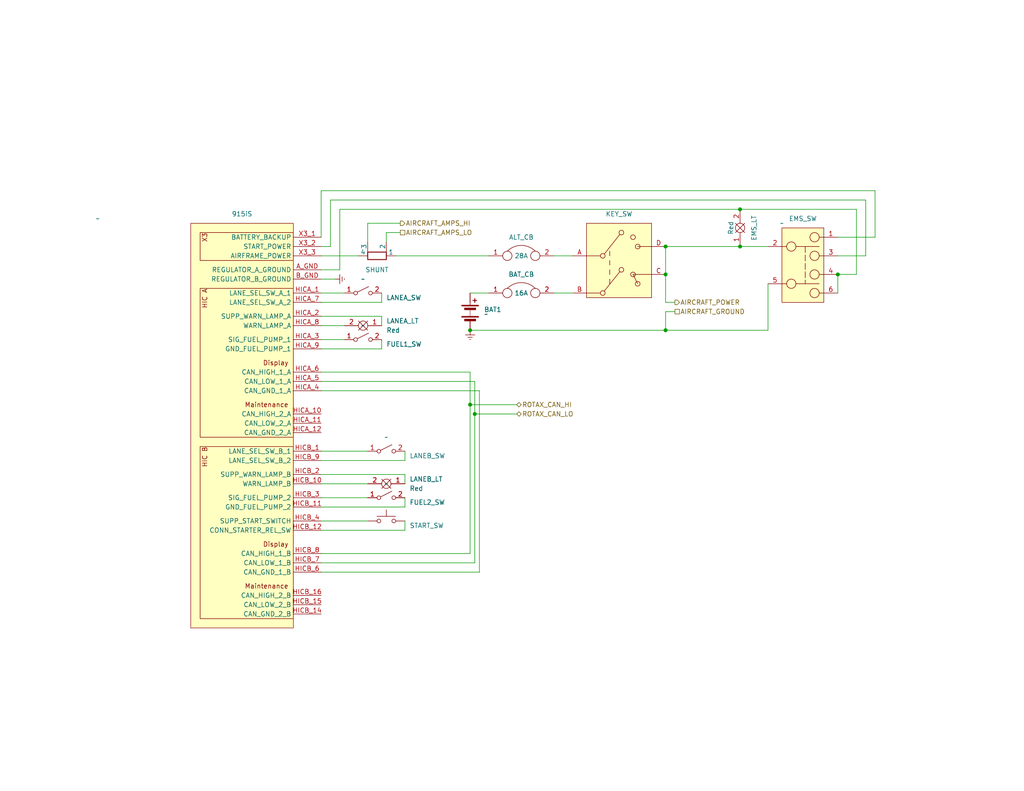
<source format=kicad_sch>
(kicad_sch (version 20230121) (generator eeschema)
  (paper "A")
  (title_block (title "Rotax Engine") (date "2024-02-02") (rev "0.5") (company "N915SN Angry Bird"))
  (lib_symbols
    (symbol "Device:Battery" (pin_numbers hide) (pin_names (offset 0) hide)
      (property "Reference" "BT" (at 2.54 2.54 0))
      (property "Value" "Battery" (at 2.54 0 0))
      (symbol "Battery_0_1"
        (rectangle (start -2.286 -1.27) (end 2.286 -1.524) (fill (type outline)))
        (rectangle (start -2.286 1.778) (end 2.286 1.524) (fill (type outline)))
        (rectangle (start -1.524 -2.032) (end 1.524 -2.54) (fill (type outline)))
        (rectangle (start -1.524 1.016) (end 1.524 0.508) (fill (type outline)))
        (polyline (pts (xy 0 -1.016) (xy 0 -0.762)))
        (polyline (pts (xy 0 -0.508) (xy 0 -0.254)))
        (polyline (pts (xy 0 0) (xy 0 0.254)))
        (polyline (pts (xy 0 1.778) (xy 0 2.54)))
        (polyline (pts (xy 0.762 3.048) (xy 1.778 3.048)) (stroke (width 0.254)))
        (polyline (pts (xy 1.27 3.556) (xy 1.27 2.54)) (stroke (width 0.254)))
      )
      (symbol "Battery_1_1"
        (pin passive line (at 0 5.08 270) (length 2.54) (name "+") (number "1"))
        (pin passive line (at 0 -5.08 90) (length 2.54) (name "-") (number "2"))
      )
    )
    (symbol "Device:R_Shunt" (pin_numbers hide) (pin_names (offset 0))
      (property "Reference" "R" (at -4.445 0 90))
      (property "Value" "R_Shunt" (at -2.54 0 90))
      (symbol "R_Shunt_0_1"
        (rectangle (start -1.016 -2.54) (end 1.016 2.54) (stroke (width 0.254)))
        (polyline (pts (xy 0 -2.54) (xy 1.27 -2.54)))
        (polyline (pts (xy 1.27 2.54) (xy 0 2.54)))
      )
      (symbol "R_Shunt_1_1"
        (pin passive line (at 0 5.08 270) (length 2.54) (name "1") (number "1"))
        (pin passive line (at 3.81 2.54 180) (length 2.54) (name "2") (number "2"))
        (pin passive line (at 3.81 -2.54 180) (length 2.54) (name "3") (number "3"))
        (pin passive line (at 0 -5.08 90) (length 2.54) (name "4") (number "4"))
      )
    )
    (symbol "Switch:SW_Push" (pin_numbers hide) (pin_names (offset 1.016) hide)
      (property "Reference" "SW" (at 1.27 2.54 0))
      (property "Value" "SW_Push" (at 0 -1.524 0))
      (symbol "SW_Push_0_1"
        (circle (center -2.032 0) (radius 0.508))
        (polyline (pts (xy 0 1.27) (xy 0 3.048)))
        (polyline (pts (xy 2.54 1.27) (xy -2.54 1.27)))
        (circle (center 2.032 0) (radius 0.508))
        (pin passive line (at -5.08 0 0) (length 2.54) (name "1") (number "1"))
        (pin passive line (at 5.08 0 180) (length 2.54) (name "2") (number "2"))
      )
    )
    (symbol "Switch:SW_SPST" (pin_names (offset 0) hide)
      (property "Reference" "SW" (at 0 3.175 0))
      (property "Value" "SW_SPST" (at 0 -2.54 0))
      (symbol "SW_SPST_0_0"
        (circle (center -2.032 0) (radius 0.508))
        (polyline (pts (xy -1.524 0.254) (xy 1.524 1.778)))
        (circle (center 2.032 0) (radius 0.508))
      )
      (symbol "SW_SPST_1_1"
        (pin passive line (at -5.08 0 0) (length 2.54) (name "A") (number "1"))
        (pin passive line (at 5.08 0 180) (length 2.54) (name "B") (number "2"))
      )
    )
    (symbol "flyerx:Bulb"
      (property "Reference" "B" (at 1.27 1.27 0))
      (symbol "Bulb_0_1"
        (polyline (pts (xy 0 -2.54) (xy 2.54 0)))
        (polyline (pts (xy 0 0) (xy 2.54 -2.54)))
        (circle (center 1.27 -1.27) (radius 1.27))
      )
      (symbol "Bulb_1_1"
        (pin passive line (at -3.81 -1.27 0) (length 3.81) (name "") (number "1"))
        (pin passive line (at 6.35 -1.27 180) (length 3.81) (name "") (number "2"))
      )
    )
    (symbol "flyerx:Circuit_Breaker"
      (property "Reference" "CB" (at 0 2.54 0))
      (property "Value" "10A" (at 0 -5.08 0))
      (symbol "Circuit_Breaker_0_1"
        (circle (center -3.81 -2.54) (radius 1.27))
        (circle (center 3.81 -2.54) (radius 1.27))
        (arc (start 3.81 -1.27) (mid 0 0.3055) (end -3.81 -1.27))
      )
      (symbol "Circuit_Breaker_1_1"
        (pin passive line (at -8.89 -2.54 0) (length 3.81) (name "") (number "1"))
        (pin passive line (at 8.89 -2.54 180) (length 3.81) (name "") (number "2"))
      )
    )
    (symbol "flyerx:Honeywell 84826" (pin_names (offset 1.016) hide)
      (property "Reference" "SW" (at 0 17.78 0))
      (property "Value" "Honeywell 84826" (at 0 -5.08 0))
      (symbol "Honeywell 84826_0_0"
        (circle (center -4.445 -2.54) (radius 0.635))
        (circle (center -4.445 7.62) (radius 0.635))
        (polyline (pts (xy -4.064 -2.032) (xy 0.2032 3.302)))
        (polyline (pts (xy -4.0132 8.128) (xy 0.2032 13.462)))
        (polyline (pts (xy -2.54 0) (xy -2.54 1.27)))
        (polyline (pts (xy -2.54 2.54) (xy -2.54 3.81)))
        (polyline (pts (xy -2.54 5.08) (xy -2.54 6.35)))
        (polyline (pts (xy -2.54 7.62) (xy -2.54 8.89)))
        (polyline (pts (xy 3.81 2.54) (xy 8.89 2.54)))
        (polyline (pts (xy 5.08 10.16) (xy 8.89 10.16)))
        (circle (center 0.635 3.81) (radius 0.635))
        (circle (center 0.635 13.97) (radius 0.635))
        (circle (center 3.81 12.7) (radius 0.635))
        (circle (center 5.08 0) (radius 0.635))
        (circle (center 5.08 10.16) (radius 0.635))
      )
      (symbol "Honeywell 84826_0_1"
        (polyline (pts (xy -5.1308 -2.54) (xy -8.89 -2.54)))
        (polyline (pts (xy -5.08 7.62) (xy -8.89 7.62)))
        (polyline (pts (xy 3.81 2.54) (xy 5.08 0)))
      )
      (symbol "Honeywell 84826_1_0"
        (circle (center 3.81 2.54) (radius 0.635) (fill (type background)))
      )
      (symbol "Honeywell 84826_1_1"
        (rectangle (start -8.89 16.51) (end 8.89 -3.81) (fill (type background)))
        (pin passive line (at -12.7 7.62 0) (length 3.81) (name "A") (number "A"))
        (pin passive line (at -12.7 -2.54 0) (length 3.81) (name "B") (number "B"))
        (pin passive line (at 12.7 2.54 180) (length 3.81) (name "C") (number "C"))
        (pin passive line (at 12.7 10.16 180) (length 3.81) (name "D") (number "D"))
      )
    )
    (symbol "flyerx:Rotax_915iS-A" (in_bom no)
      (property "Reference" "ROTAX" (at 0 1.27 0))
      (symbol "Rotax_915iS-A_1_1"
        (rectangle (start 0 0) (end 27.94 -110.49) (fill (type background)))
        (rectangle (start 2.54 -60.96) (end 27.94 -107.95) (fill (type background)))
        (rectangle (start 2.54 -17.78) (end 27.94 -58.42) (fill (type background)))
        (rectangle (start 2.54 -2.54) (end 27.94 -10.16) (fill (type background)))
        (text "Display" (at 26.67 -87.63 0) (effects (font (size 1.27 1.27)) (justify right)))
        (text "Display" (at 26.67 -38.1 0) (effects (font (size 1.27 1.27)) (justify right)))
        (text "HIC A" (at 3.81 -17.78 900) (effects (font (size 1.27 1.27)) (justify right)))
        (text "HIC B" (at 3.81 -60.96 900) (effects (font (size 1.27 1.27)) (justify right)))
        (text "Maintenance" (at 26.67 -99.06 0) (effects (font (size 1.27 1.27)) (justify right)))
        (text "Maintenance" (at 26.67 -49.53 0) (effects (font (size 1.27 1.27)) (justify right)))
        (text "X3" (at 3.81 -2.54 900) (effects (font (size 1.27 1.27)) (justify right)))
        (pin passive line (at 35.56 -12.7 180) (length 7.62) (name "REGULATOR_A_GROUND") (number "A_GND"))
        (pin passive line (at 35.56 -15.24 180) (length 7.62) (name "REGULATOR_B_GROUND") (number "B_GND"))
        (pin output line (at 35.56 -19.05 180) (length 7.62) (name "LANE_SEL_SW_A_1") (number "HICA_1"))
        (pin bidirectional line (at 35.56 -52.07 180) (length 7.62) (name "CAN_HIGH_2_A") (number "HICA_10"))
        (pin bidirectional line (at 35.56 -54.61 180) (length 7.62) (name "CAN_LOW_2_A") (number "HICA_11"))
        (pin passive line (at 35.56 -57.15 180) (length 7.62) (name "CAN_GND_2_A") (number "HICA_12"))
        (pin output line (at 35.56 -25.4 180) (length 7.62) (name "SUPP_WARN_LAMP_A") (number "HICA_2"))
        (pin output line (at 35.56 -31.75 180) (length 7.62) (name "SIG_FUEL_PUMP_1") (number "HICA_3"))
        (pin passive line (at 35.56 -45.72 180) (length 7.62) (name "CAN_GND_1_A") (number "HICA_4"))
        (pin bidirectional line (at 35.56 -43.18 180) (length 7.62) (name "CAN_LOW_1_A") (number "HICA_5"))
        (pin bidirectional line (at 35.56 -40.64 180) (length 7.62) (name "CAN_HIGH_1_A") (number "HICA_6"))
        (pin input line (at 35.56 -21.59 180) (length 7.62) (name "LANE_SEL_SW_A_2") (number "HICA_7"))
        (pin input line (at 35.56 -27.94 180) (length 7.62) (name "WARN_LAMP_A") (number "HICA_8"))
        (pin passive line (at 35.56 -34.29 180) (length 7.62) (name "GND_FUEL_PUMP_1") (number "HICA_9"))
        (pin output line (at 35.56 -62.23 180) (length 7.62) (name "LANE_SEL_SW_B_1") (number "HICB_1"))
        (pin input line (at 35.56 -71.12 180) (length 7.62) (name "WARN_LAMP_B") (number "HICB_10"))
        (pin passive line (at 35.56 -77.47 180) (length 7.62) (name "GND_FUEL_PUMP_2") (number "HICB_11"))
        (pin input line (at 35.56 -83.82 180) (length 7.62) (name "CONN_STARTER_REL_SW") (number "HICB_12"))
        (pin passive line (at 35.56 -106.68 180) (length 7.62) (name "CAN_GND_2_B") (number "HICB_14"))
        (pin bidirectional line (at 35.56 -104.14 180) (length 7.62) (name "CAN_LOW_2_B") (number "HICB_15"))
        (pin bidirectional line (at 35.56 -101.6 180) (length 7.62) (name "CAN_HIGH_2_B") (number "HICB_16"))
        (pin output line (at 35.56 -68.58 180) (length 7.62) (name "SUPP_WARN_LAMP_B") (number "HICB_2"))
        (pin output line (at 35.56 -74.93 180) (length 7.62) (name "SIG_FUEL_PUMP_2") (number "HICB_3"))
        (pin output line (at 35.56 -81.28 180) (length 7.62) (name "SUPP_START_SWITCH") (number "HICB_4"))
        (pin passive line (at 35.56 -95.25 180) (length 7.62) (name "CAN_GND_1_B") (number "HICB_6"))
        (pin bidirectional line (at 35.56 -92.71 180) (length 7.62) (name "CAN_LOW_1_B") (number "HICB_7"))
        (pin bidirectional line (at 35.56 -90.17 180) (length 7.62) (name "CAN_HIGH_1_B") (number "HICB_8"))
        (pin input line (at 35.56 -64.77 180) (length 7.62) (name "LANE_SEL_SW_B_2") (number "HICB_9"))
        (pin power_in line (at 35.56 -3.81 180) (length 7.62) (name "BATTERY_BACKUP") (number "X3_1"))
        (pin power_in line (at 35.56 -6.35 180) (length 7.62) (name "START_POWER") (number "X3_2"))
        (pin power_out line (at 35.56 -8.89 180) (length 7.62) (name "AIRFRAME_POWER") (number "X3_3"))
      )
    )
    (symbol "flyerx:SW_DPDT"
      (property "Reference" "SW" (at 0 1.27 0))
      (symbol "SW_DPDT_0_1"
        (circle (center -3.81 -16.51) (radius 1.27))
        (circle (center -3.81 -6.35) (radius 1.27))
        (polyline (pts (xy -6.35 -16.51) (xy -5.08 -16.51)))
        (polyline (pts (xy -6.35 -6.35) (xy -5.08 -6.35)))
        (polyline (pts (xy -2.54 -16.51) (xy 3.81 -16.51)))
        (polyline (pts (xy -2.54 -6.35) (xy 3.81 -6.35)))
        (polyline (pts (xy 5.08 -19.05) (xy 3.81 -19.05)))
        (polyline (pts (xy 5.08 -13.97) (xy 3.81 -13.97)))
        (polyline (pts (xy 5.08 -8.89) (xy 3.81 -8.89)))
        (polyline (pts (xy 5.08 -3.81) (xy 3.81 -3.81)))
        (circle (center 2.54 -19.05) (radius 1.27))
        (circle (center 2.54 -13.97) (radius 1.27))
        (circle (center 2.54 -8.89) (radius 1.27))
        (circle (center 2.54 -3.81) (radius 1.27))
      )
      (symbol "SW_DPDT_1_1"
        (rectangle (start -6.35 -1.27) (end 5.08 -21.59) (fill (type background)))
        (polyline (pts (xy 0 -6.35) (xy 0 -16.51)) (stroke (width 0) (type dash)))
        (pin passive line (at 8.89 -3.81 180) (length 3.81) (name "") (number "1"))
        (pin passive line (at -10.16 -6.35 0) (length 3.81) (name "") (number "2"))
        (pin passive line (at 8.89 -8.89 180) (length 3.81) (name "") (number "3"))
        (pin passive line (at 8.89 -13.97 180) (length 3.81) (name "") (number "4"))
        (pin passive line (at -10.16 -16.51 0) (length 3.81) (name "") (number "5"))
        (pin passive line (at 8.89 -19.05 180) (length 3.81) (name "") (number "6"))
      )
    )
    (symbol "power:Earth" (power) (pin_names (offset 0))
      (symbol "Earth_0_1"
        (polyline (pts (xy -0.635 -1.905) (xy 0.635 -1.905)))
        (polyline (pts (xy -0.127 -2.54) (xy 0.127 -2.54)))
        (polyline (pts (xy 0 -1.27) (xy 0 0)))
        (polyline (pts (xy 1.27 -1.27) (xy -1.27 -1.27)))
      )
      (symbol "Earth_1_1"
        (pin power_in line (at 0 0 270) (length 0) hide (name "Earth") (number "1"))
      )
    )
  )
  (junction (at 228.6 74.93))
  (junction (at 201.93 67.31))
  (junction (at 128.27 90.17))
  (junction (at 128.27 110.49))
  (junction (at 181.61 74.93))
  (junction (at 181.61 67.31))
  (junction (at 129.54 113.03))
  (junction (at 181.61 90.17))
  (junction (at 201.93 57.15))
  (wire (pts (xy 92.71 73.66) (xy 92.71 57.15)))
  (wire (pts (xy 87.63 123.19) (xy 100.33 123.19)))
  (wire (pts (xy 236.22 54.61) (xy 90.17 54.61)))
  (wire (pts (xy 87.63 73.66) (xy 92.71 73.66)))
  (wire (pts (xy 129.54 113.03) (xy 140.97 113.03)))
  (wire (pts (xy 87.63 52.07) (xy 238.76 52.07)))
  (wire (pts (xy 181.61 67.31) (xy 181.61 74.93)))
  (wire (pts (xy 238.76 52.07) (xy 238.76 64.77)))
  (wire (pts (xy 110.49 144.78) (xy 87.63 144.78)))
  (wire (pts (xy 110.49 138.43) (xy 87.63 138.43)))
  (wire (pts (xy 151.13 69.85) (xy 156.21 69.85)))
  (wire (pts (xy 181.61 90.17) (xy 209.55 90.17)))
  (wire (pts (xy 209.55 77.47) (xy 209.55 90.17)))
  (wire (pts (xy 104.14 95.25) (xy 87.63 95.25)))
  (wire (pts (xy 87.63 86.36) (xy 104.14 86.36)))
  (wire (pts (xy 181.61 85.09) (xy 184.15 85.09)))
  (wire (pts (xy 87.63 135.89) (xy 100.33 135.89)))
  (wire (pts (xy 109.22 63.5) (xy 105.41 63.5)))
  (wire (pts (xy 110.49 123.19) (xy 110.49 125.73)))
  (wire (pts (xy 90.17 67.31) (xy 87.63 67.31)))
  (wire (pts (xy 181.61 82.55) (xy 181.61 74.93)))
  (wire (pts (xy 128.27 151.13) (xy 87.63 151.13)))
  (wire (pts (xy 181.61 90.17) (xy 181.61 85.09)))
  (wire (pts (xy 128.27 110.49) (xy 128.27 151.13)))
  (wire (pts (xy 201.93 57.15) (xy 233.68 57.15)))
  (wire (pts (xy 110.49 129.54) (xy 110.49 132.08)))
  (wire (pts (xy 87.63 132.08) (xy 100.33 132.08)))
  (wire (pts (xy 129.54 113.03) (xy 129.54 153.67)))
  (wire (pts (xy 87.63 92.71) (xy 93.98 92.71)))
  (wire (pts (xy 128.27 90.17) (xy 181.61 90.17)))
  (wire (pts (xy 228.6 64.77) (xy 238.76 64.77)))
  (wire (pts (xy 109.22 60.96) (xy 100.33 60.96)))
  (wire (pts (xy 128.27 101.6) (xy 87.63 101.6)))
  (wire (pts (xy 87.63 80.01) (xy 93.98 80.01)))
  (wire (pts (xy 228.6 69.85) (xy 236.22 69.85)))
  (wire (pts (xy 87.63 106.68) (xy 130.81 106.68)))
  (wire (pts (xy 100.33 60.96) (xy 100.33 66.04)))
  (wire (pts (xy 110.49 135.89) (xy 110.49 138.43)))
  (wire (pts (xy 228.6 74.93) (xy 228.6 80.01)))
  (wire (pts (xy 87.63 69.85) (xy 97.79 69.85)))
  (wire (pts (xy 104.14 92.71) (xy 104.14 95.25)))
  (wire (pts (xy 128.27 110.49) (xy 140.97 110.49)))
  (wire (pts (xy 228.6 74.93) (xy 233.68 74.93)))
  (wire (pts (xy 128.27 101.6) (xy 128.27 110.49)))
  (wire (pts (xy 104.14 80.01) (xy 104.14 82.55)))
  (wire (pts (xy 104.14 86.36) (xy 104.14 88.9)))
  (wire (pts (xy 107.95 69.85) (xy 133.35 69.85)))
  (wire (pts (xy 201.93 67.31) (xy 209.55 67.31)))
  (wire (pts (xy 129.54 104.14) (xy 129.54 113.03)))
  (wire (pts (xy 91.44 76.2) (xy 87.63 76.2)))
  (wire (pts (xy 110.49 142.24) (xy 110.49 144.78)))
  (wire (pts (xy 181.61 67.31) (xy 201.93 67.31)))
  (wire (pts (xy 181.61 82.55) (xy 184.15 82.55)))
  (wire (pts (xy 236.22 54.61) (xy 236.22 69.85)))
  (wire (pts (xy 87.63 142.24) (xy 100.33 142.24)))
  (wire (pts (xy 87.63 52.07) (xy 87.63 64.77)))
  (wire (pts (xy 129.54 153.67) (xy 87.63 153.67)))
  (wire (pts (xy 130.81 156.21) (xy 87.63 156.21)))
  (wire (pts (xy 105.41 63.5) (xy 105.41 66.04)))
  (wire (pts (xy 104.14 82.55) (xy 87.63 82.55)))
  (wire (pts (xy 90.17 54.61) (xy 90.17 67.31)))
  (wire (pts (xy 130.81 106.68) (xy 130.81 156.21)))
  (wire (pts (xy 151.13 80.01) (xy 156.21 80.01)))
  (wire (pts (xy 128.27 80.01) (xy 133.35 80.01)))
  (wire (pts (xy 233.68 74.93) (xy 233.68 57.15)))
  (wire (pts (xy 87.63 88.9) (xy 93.98 88.9)))
  (wire (pts (xy 129.54 104.14) (xy 87.63 104.14)))
  (wire (pts (xy 92.71 57.15) (xy 201.93 57.15)))
  (wire (pts (xy 87.63 129.54) (xy 110.49 129.54)))
  (wire (pts (xy 110.49 125.73) (xy 87.63 125.73)))
  (hierarchical_label "AIRCRAFT_AMPS_HI" (shape output) (at 109.22 60.96 0))
  (hierarchical_label "ROTAX_CAN_LO" (shape bidirectional) (at 140.97 113.03 0))
  (hierarchical_label "AIRCRAFT_POWER" (shape output) (at 184.15 82.55 0))
  (hierarchical_label "ROTAX_CAN_HI" (shape bidirectional) (at 140.97 110.49 0))
  (hierarchical_label "AIRCRAFT_AMPS_LO" (shape passive) (at 109.22 63.5 0))
  (hierarchical_label "AIRCRAFT_GROUND" (shape passive) (at 184.15 85.09 0))
  (symbol (lib_id "flyerx:Honeywell 84826") (at 168.91 77.47 0) (unit 1)
    (property "Reference" "KEY_SW" (at 168.91 58.42 0))
    (property "Value" "Honeywell 84826" (effects hide))
    (property "Datasheet" "https://prod-edam.honeywell.com/content/dam/honeywell-edam/sps/siot/en-us/products/controls-and-indicators/switches/key-switches/documents/sps-siot-siot-key-switches-dts-ltr-en-0120-006184-3-en-ciid-153332.pdf" (effects hide))
    (instances (project "N915SN" (path "" (reference "KEY_SW") (unit 1))) (project "electrical" (path "" (reference "MASTER_SW") (unit 1))))
  )
  (symbol (lib_id "Switch:SW_SPST") (at 105.41 123.19 0) (unit 1)
    (property "Reference" "LANEB_SW" (at 111.76 124.46 0) (effects (justify left)))
    (property "Value" "~" (at 105.41 119.38 0))
  )
  (symbol (lib_id "Switch:SW_SPST") (at 99.06 80.01 0) (unit 1)
    (property "Reference" "LANEA_SW" (at 105.41 81.28 0) (effects (justify left)))
    (property "Value" "~" (at 99.06 76.2 0))
  )
  (symbol (lib_id "flyerx:Circuit_Breaker") (at 142.24 67.31 0) (unit 1)
    (property "Reference" "ALT_CB" (at 142.24 64.77 0))
    (property "Value" "28A" (at 142.24 69.85 0))
  )
  (symbol (lib_id "Device:R_Shunt") (at 102.87 69.85 270) (mirror x) (unit 1)
    (property "Reference" "SHUNT" (at 102.87 73.66 90))
    (property "Value" "R_Shunt" (effects hide))
  )
  (symbol (lib_id "flyerx:Bulb") (at 203.2 63.5 270) (mirror x) (unit 1)
    (property "Reference" "EMS_LT" (at 205.74 62.23 0))
    (property "Value" "Red" (at 199.39 62.23 0))
  )
  (symbol (lib_id "Switch:SW_SPST") (at 99.06 92.71 0) (unit 1)
    (property "Reference" "FUEL1_SW" (at 105.41 93.98 0) (effects (justify left)))
    (property "Value" "~" (at 99.06 88.9 0))
  )
  (symbol (lib_id "flyerx:Bulb") (at 100.33 87.63 0) (mirror y) (unit 1)
    (property "Reference" "LANEA_LT" (at 105.41 87.63 0) (effects (justify right)))
    (property "Value" "Red" (at 105.41 90.17 0) (effects (justify right)))
  )
  (symbol (lib_id "Device:Battery") (at 128.27 85.09 0) (unit 1)
    (property "Reference" "BAT1" (at 132.08 84.5185 0) (effects (justify left)))
    (property "Value" "~" (at 132.08 85.7885 0) (effects (justify left)))
    (instances (project "N915SN" (path "" (reference "BAT1") (unit 1))) (project "electrical" (path "" (reference "BAT") (unit 1))))
  )
  (symbol (lib_id "flyerx:Bulb") (at 106.68 130.81 0) (mirror y) (unit 1)
    (property "Reference" "LANEB_LT" (at 111.76 130.81 0) (effects (justify right)))
    (property "Value" "Red" (at 111.76 133.35 0) (effects (justify right)))
  )
  (symbol (lib_id "power:Earth") (at 128.27 90.17 0) (mirror y) (unit 1)
    (property "Reference" "#PWR01" (effects hide))
    (property "Value" "Earth" (effects hide))
  )
  (symbol (lib_id "flyerx:Circuit_Breaker") (at 142.24 77.47 0) (unit 1)
    (property "Reference" "BAT_CB" (at 142.24 74.93 0))
    (property "Value" "16A" (at 142.24 80.01 0))
  )
  (symbol (lib_id "Switch:SW_Push") (at 105.41 142.24 0) (unit 1)
    (property "Reference" "START_SW" (at 111.76 143.51 0) (effects (justify left)))
    (property "Value" "SW_Push" (effects hide))
  )
  (symbol (lib_id "flyerx:Rotax_915iS-A") (at 52.07 60.96 0) (unit 1) (in_bom no)
    (property "Reference" "915iS" (at 66.04 58.42 0))
    (property "Value" "~" (at 26.67 59.69 0))
  )
  (symbol (lib_id "power:Earth") (at 91.44 76.2 90) (unit 1)
    (property "Reference" "#PWR03" (effects hide))
    (property "Value" "Earth" (effects hide))
  )
  (symbol (lib_id "Switch:SW_SPST") (at 105.41 135.89 0) (unit 1)
    (property "Reference" "FUEL2_SW" (at 111.76 137.16 0) (effects (justify left)))
    (property "Value" "~" (at 105.41 132.08 0))
  )
  (symbol (lib_id "flyerx:SW_DPDT") (at 219.71 60.96 0) (unit 1)
    (property "Reference" "EMS_SW" (at 219.075 59.69 0))
    (property "Value" "~" (at 213.36 60.96 0))
  )
)
</source>
